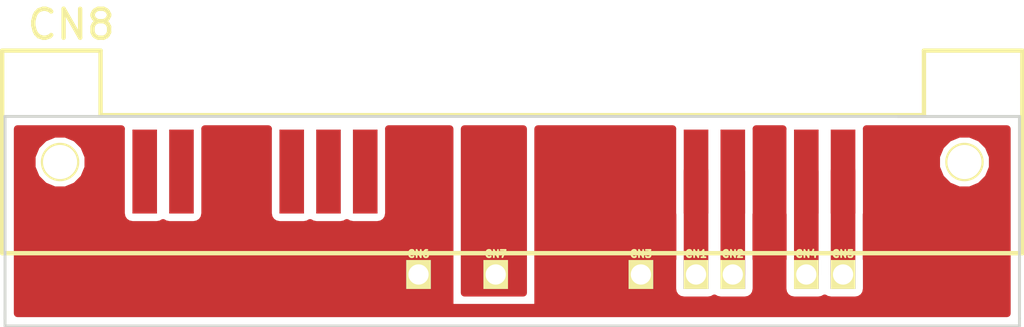
<source format=kicad_pcb>
(kicad_pcb (version 4) (host pcbnew 4.0.2-stable)

  (general
    (links 12)
    (no_connects 0)
    (area 129.870999 87.325999 165.023001 94.665001)
    (thickness 1.6)
    (drawings 8)
    (tracks 4)
    (zones 0)
    (modules 8)
    (nets 7)
  )

  (page A4)
  (layers
    (0 F.Cu signal)
    (31 B.Cu signal)
    (32 B.Adhes user)
    (33 F.Adhes user)
    (34 B.Paste user)
    (35 F.Paste user)
    (36 B.SilkS user)
    (37 F.SilkS user)
    (38 B.Mask user)
    (39 F.Mask user)
    (40 Dwgs.User user)
    (41 Cmts.User user)
    (42 Eco1.User user)
    (43 Eco2.User user)
    (44 Edge.Cuts user)
    (45 Margin user)
    (46 B.CrtYd user)
    (47 F.CrtYd user)
    (48 B.Fab user)
    (49 F.Fab user)
  )

  (setup
    (last_trace_width 0.85)
    (trace_clearance 0.2)
    (zone_clearance 0.254)
    (zone_45_only yes)
    (trace_min 0.2)
    (segment_width 0.2)
    (edge_width 0.1)
    (via_size 0.6)
    (via_drill 0.4)
    (via_min_size 0.4)
    (via_min_drill 0.3)
    (uvia_size 0.3)
    (uvia_drill 0.1)
    (uvias_allowed no)
    (uvia_min_size 0.2)
    (uvia_min_drill 0.1)
    (pcb_text_width 0.3)
    (pcb_text_size 1.5 1.5)
    (mod_edge_width 0.15)
    (mod_text_size 1 1)
    (mod_text_width 0.15)
    (pad_size 1.5 1.5)
    (pad_drill 0.6)
    (pad_to_mask_clearance 0)
    (aux_axis_origin 0 0)
    (visible_elements 7FFFFFFF)
    (pcbplotparams
      (layerselection 0x01000_00000001)
      (usegerberextensions false)
      (excludeedgelayer true)
      (linewidth 0.100000)
      (plotframeref false)
      (viasonmask false)
      (mode 1)
      (useauxorigin false)
      (hpglpennumber 1)
      (hpglpenspeed 20)
      (hpglpendiameter 15)
      (hpglpenoverlay 2)
      (psnegative false)
      (psa4output false)
      (plotreference true)
      (plotvalue true)
      (plotinvisibletext false)
      (padsonsilk false)
      (subtractmaskfromsilk false)
      (outputformat 1)
      (mirror false)
      (drillshape 0)
      (scaleselection 1)
      (outputdirectory Gerber/))
  )

  (net 0 "")
  (net 1 B+)
  (net 2 B-)
  (net 3 GND)
  (net 4 A-)
  (net 5 A+)
  (net 6 +3.3V)

  (net_class Default "This is the default net class."
    (clearance 0.2)
    (trace_width 0.85)
    (via_dia 0.6)
    (via_drill 0.4)
    (uvia_dia 0.3)
    (uvia_drill 0.1)
    (add_net +3.3V)
    (add_net A+)
    (add_net A-)
    (add_net B+)
    (add_net B-)
    (add_net GND)
  )

  (module eeepc_ssd:CONN1 (layer F.Cu) (tedit 57680E22) (tstamp 57680FB0)
    (at 153.797 92.837)
    (path /5767D520)
    (fp_text reference CN1 (at 0 -0.7112) (layer F.SilkS)
      (effects (font (size 0.25 0.25) (thickness 0.0625)))
    )
    (fp_text value B+ (at 0 0.762) (layer F.Fab)
      (effects (font (size 0.25 0.25) (thickness 0.0625)))
    )
    (pad 1 thru_hole rect (at 0 0) (size 0.85 1) (drill 0.7) (layers *.Cu *.Mask F.SilkS)
      (net 1 B+))
  )

  (module eeepc_ssd:CONN1 (layer F.Cu) (tedit 57680E22) (tstamp 57680FB5)
    (at 155.067 92.837)
    (path /5767DBCF)
    (fp_text reference CN2 (at 0 -0.7112) (layer F.SilkS)
      (effects (font (size 0.25 0.25) (thickness 0.0625)))
    )
    (fp_text value B- (at 0 0.762) (layer F.Fab)
      (effects (font (size 0.25 0.25) (thickness 0.0625)))
    )
    (pad 1 thru_hole rect (at 0 0) (size 0.85 1) (drill 0.7) (layers *.Cu *.Mask F.SilkS)
      (net 2 B-))
  )

  (module eeepc_ssd:CONN1 (layer F.Cu) (tedit 57680E22) (tstamp 57680FBA)
    (at 151.892 92.837)
    (path /5767DBF0)
    (fp_text reference CN3 (at 0 -0.7112) (layer F.SilkS)
      (effects (font (size 0.25 0.25) (thickness 0.0625)))
    )
    (fp_text value GND (at 0 0.762) (layer F.Fab)
      (effects (font (size 0.25 0.25) (thickness 0.0625)))
    )
    (pad 1 thru_hole rect (at 0 0) (size 0.85 1) (drill 0.7) (layers *.Cu *.Mask F.SilkS)
      (net 3 GND))
  )

  (module eeepc_ssd:CONN1 (layer F.Cu) (tedit 57680E22) (tstamp 57680FBF)
    (at 157.607 92.837)
    (path /5767DC16)
    (fp_text reference CN4 (at 0 -0.7112) (layer F.SilkS)
      (effects (font (size 0.25 0.25) (thickness 0.0625)))
    )
    (fp_text value A- (at 0 0.762) (layer F.Fab)
      (effects (font (size 0.25 0.25) (thickness 0.0625)))
    )
    (pad 1 thru_hole rect (at 0 0) (size 0.85 1) (drill 0.7) (layers *.Cu *.Mask F.SilkS)
      (net 4 A-))
  )

  (module eeepc_ssd:CONN1 (layer F.Cu) (tedit 57680E22) (tstamp 57680FC4)
    (at 158.877 92.837)
    (path /5767DC3F)
    (fp_text reference CN5 (at 0 -0.7112) (layer F.SilkS)
      (effects (font (size 0.25 0.25) (thickness 0.0625)))
    )
    (fp_text value A+ (at 0 0.762) (layer F.Fab)
      (effects (font (size 0.25 0.25) (thickness 0.0625)))
    )
    (pad 1 thru_hole rect (at 0 0) (size 0.85 1) (drill 0.7) (layers *.Cu *.Mask F.SilkS)
      (net 5 A+))
  )

  (module eeepc_ssd:CONN1 (layer F.Cu) (tedit 57680E22) (tstamp 57680FC9)
    (at 144.2085 92.837)
    (path /5767DC65)
    (fp_text reference CN6 (at 0 -0.7112) (layer F.SilkS)
      (effects (font (size 0.25 0.25) (thickness 0.0625)))
    )
    (fp_text value GND (at 0 0.762) (layer F.Fab)
      (effects (font (size 0.25 0.25) (thickness 0.0625)))
    )
    (pad 1 thru_hole rect (at 0 0) (size 0.85 1) (drill 0.7) (layers *.Cu *.Mask F.SilkS)
      (net 3 GND))
  )

  (module eeepc_ssd:CONN1 (layer F.Cu) (tedit 57680E22) (tstamp 57680FCE)
    (at 146.8755 92.837)
    (path /5767DC98)
    (fp_text reference CN7 (at 0 -0.7112) (layer F.SilkS)
      (effects (font (size 0.25 0.25) (thickness 0.0625)))
    )
    (fp_text value +3.3V (at 0 0.762) (layer F.Fab)
      (effects (font (size 0.25 0.25) (thickness 0.0625)))
    )
    (pad 1 thru_hole rect (at 0 0) (size 0.85 1) (drill 0.7) (layers *.Cu *.Mask F.SilkS)
      (net 6 +3.3V))
  )

  (module eeepc_ssd:uSATA (layer F.Cu) (tedit 57680697) (tstamp 57680FEE)
    (at 160.147 89.281)
    (path /53E0E90C)
    (fp_text reference CN8 (at -27.94 -5.08) (layer F.SilkS)
      (effects (font (size 1 1) (thickness 0.15)))
    )
    (fp_text value USATA (at 2.54 3.81) (layer F.Fab)
      (effects (font (size 1 1) (thickness 0.15)))
    )
    (fp_line (start -26.925 -1.95) (end 1.525 -1.95) (layer F.SilkS) (width 0.15))
    (fp_line (start -26.925 -4.18) (end -26.925 -1.95) (layer F.SilkS) (width 0.15))
    (fp_line (start -30.325 -4.18) (end -26.925 -4.18) (layer F.SilkS) (width 0.15))
    (fp_line (start -30.325 2.82) (end -30.325 -4.18) (layer F.SilkS) (width 0.15))
    (fp_line (start 4.925 2.82) (end -30.325 2.82) (layer F.SilkS) (width 0.15))
    (fp_line (start 4.925 -4.18) (end 4.925 2.82) (layer F.SilkS) (width 0.15))
    (fp_line (start 1.525 -4.18) (end 4.925 -4.18) (layer F.SilkS) (width 0.15))
    (fp_line (start 1.525 -1.95) (end 1.525 -4.18) (layer F.SilkS) (width 0.15))
    (fp_circle (center 2.925 -0.33) (end 2.335 -0.33) (layer F.SilkS) (width 0.15))
    (fp_circle (center -28.325 -0.33) (end -27.735 -0.33) (layer F.SilkS) (width 0.15))
    (pad 1 smd rect (at 0 0) (size 0.85 2.9) (layers F.Cu F.Paste F.Mask)
      (net 3 GND))
    (pad 2 smd rect (at -1.27 0) (size 0.85 2.9) (layers F.Cu F.Paste F.Mask)
      (net 5 A+))
    (pad 3 smd rect (at -2.54 0) (size 0.85 2.9) (layers F.Cu F.Paste F.Mask)
      (net 4 A-))
    (pad 4 smd rect (at -3.81 0) (size 0.85 2.9) (layers F.Cu F.Paste F.Mask)
      (net 3 GND))
    (pad 5 smd rect (at -5.08 0) (size 0.85 2.9) (layers F.Cu F.Paste F.Mask)
      (net 2 B-))
    (pad 6 smd rect (at -6.35 0) (size 0.85 2.9) (layers F.Cu F.Paste F.Mask)
      (net 1 B+))
    (pad 7 smd rect (at -7.62 0) (size 0.85 2.9) (layers F.Cu F.Paste F.Mask)
      (net 3 GND))
    (pad "" thru_hole circle (at 2.925 -0.33) (size 1.18 1.18) (drill 1.18) (layers *.Mask F.Cu F.SilkS)
      (clearance 0.0001))
    (pad 8 smd rect (at -12.7 0) (size 0.85 2.9) (layers F.Cu F.Paste F.Mask)
      (net 6 +3.3V))
    (pad 9 smd rect (at -13.97 0) (size 0.85 2.9) (layers F.Cu F.Paste F.Mask)
      (net 6 +3.3V))
    (pad 10 smd rect (at -15.24 0) (size 0.85 2.9) (layers F.Cu F.Paste F.Mask)
      (net 3 GND))
    (pad 11 smd rect (at -16.51 0) (size 0.85 2.9) (layers F.Cu F.Paste F.Mask)
      (net 3 GND))
    (pad 12 smd rect (at -17.78 0) (size 0.85 2.9) (layers F.Cu F.Paste F.Mask))
    (pad 13 smd rect (at -19.05 0) (size 0.85 2.9) (layers F.Cu F.Paste F.Mask))
    (pad 14 smd rect (at -20.32 0) (size 0.85 2.9) (layers F.Cu F.Paste F.Mask))
    (pad 15 smd rect (at -24.13 0) (size 0.85 2.9) (layers F.Cu F.Paste F.Mask))
    (pad 16 smd rect (at -25.4 0) (size 0.85 2.9) (layers F.Cu F.Paste F.Mask))
    (pad "" thru_hole circle (at -28.325 -0.33) (size 1.18 1.18) (drill 1.18) (layers *.Mask F.Cu F.SilkS)
      (clearance 0.0001))
  )

  (gr_line (start 164.973 94.361) (end 164.973 94.615) (angle 90) (layer Edge.Cuts) (width 0.1))
  (gr_line (start 129.921 94.361) (end 129.921 94.615) (angle 90) (layer Edge.Cuts) (width 0.1))
  (gr_line (start 164.973 94.361) (end 164.973 87.376) (angle 90) (layer Edge.Cuts) (width 0.1))
  (gr_line (start 129.921 87.376) (end 129.921 94.361) (angle 90) (layer Edge.Cuts) (width 0.1))
  (gr_line (start 129.921 94.107) (end 129.921 94.361) (angle 90) (layer Edge.Cuts) (width 0.1))
  (gr_line (start 129.921 87.376) (end 164.973 87.376) (angle 90) (layer Edge.Cuts) (width 0.1))
  (gr_line (start 164.973 94.615) (end 129.921 94.615) (angle 90) (layer Edge.Cuts) (width 0.1))
  (gr_line (start 160.782 87.376) (end 164.973 87.376) (angle 90) (layer Edge.Cuts) (width 0.1))

  (segment (start 153.797 92.837) (end 153.797 89.281) (width 0.85) (layer F.Cu) (net 1))
  (segment (start 155.067 92.837) (end 155.067 89.281) (width 0.85) (layer F.Cu) (net 2))
  (segment (start 157.607 92.837) (end 157.607 89.281) (width 0.85) (layer F.Cu) (net 4))
  (segment (start 158.877 92.837) (end 158.877 89.281) (width 0.85) (layer F.Cu) (net 5))

  (zone (net 6) (net_name +3.3V) (layer F.Cu) (tstamp 5768109A) (hatch edge 0.508)
    (connect_pads yes (clearance 0.254))
    (min_thickness 0.254)
    (fill yes (arc_segments 16) (thermal_gap 0.508) (thermal_bridge_width 0.508))
    (polygon
      (pts
        (xy 147.955 93.599) (xy 145.669 93.599) (xy 145.669 87.503) (xy 147.955 87.503) (xy 147.955 93.599)
      )
    )
    (filled_polygon
      (pts
        (xy 147.828 93.472) (xy 145.796 93.472) (xy 145.796 87.807) (xy 147.828 87.807)
      )
    )
  )
  (zone (net 3) (net_name GND) (layer F.Cu) (tstamp 57680CB0) (hatch edge 0.508)
    (connect_pads yes (clearance 0.254))
    (min_thickness 0.254)
    (fill yes (arc_segments 16) (thermal_gap 0.508) (thermal_bridge_width 0.508))
    (polygon
      (pts
        (xy 145.415 93.853) (xy 148.209 93.853) (xy 148.209 87.503) (xy 164.846 87.503) (xy 164.846 94.488)
        (xy 130.048 94.488) (xy 130.048 87.503) (xy 145.415 87.503) (xy 145.415 93.853)
      )
    )
    (filled_polygon
      (pts
        (xy 133.933536 87.831) (xy 133.933536 90.731) (xy 133.960103 90.87219) (xy 134.043546 91.001865) (xy 134.170866 91.088859)
        (xy 134.322 91.119464) (xy 135.172 91.119464) (xy 135.31319 91.092897) (xy 135.381986 91.048628) (xy 135.440866 91.088859)
        (xy 135.592 91.119464) (xy 136.442 91.119464) (xy 136.58319 91.092897) (xy 136.712865 91.009454) (xy 136.799859 90.882134)
        (xy 136.830464 90.731) (xy 136.830464 87.831) (xy 136.825948 87.807) (xy 139.018396 87.807) (xy 139.013536 87.831)
        (xy 139.013536 90.731) (xy 139.040103 90.87219) (xy 139.123546 91.001865) (xy 139.250866 91.088859) (xy 139.402 91.119464)
        (xy 140.252 91.119464) (xy 140.39319 91.092897) (xy 140.461986 91.048628) (xy 140.520866 91.088859) (xy 140.672 91.119464)
        (xy 141.522 91.119464) (xy 141.66319 91.092897) (xy 141.731986 91.048628) (xy 141.790866 91.088859) (xy 141.942 91.119464)
        (xy 142.792 91.119464) (xy 142.93319 91.092897) (xy 143.062865 91.009454) (xy 143.149859 90.882134) (xy 143.180464 90.731)
        (xy 143.180464 87.831) (xy 143.175948 87.807) (xy 145.288 87.807) (xy 145.288 93.853) (xy 145.298006 93.90241)
        (xy 145.326447 93.944035) (xy 145.368841 93.971315) (xy 145.415 93.98) (xy 148.209 93.98) (xy 148.25841 93.969994)
        (xy 148.300035 93.941553) (xy 148.327315 93.899159) (xy 148.336 93.853) (xy 148.336 87.807) (xy 152.988396 87.807)
        (xy 152.983536 87.831) (xy 152.983536 90.731) (xy 152.991 90.770667) (xy 152.991 92.300141) (xy 152.983536 92.337)
        (xy 152.983536 93.337) (xy 153.010103 93.47819) (xy 153.093546 93.607865) (xy 153.220866 93.694859) (xy 153.372 93.725464)
        (xy 154.222 93.725464) (xy 154.36319 93.698897) (xy 154.431986 93.654628) (xy 154.490866 93.694859) (xy 154.642 93.725464)
        (xy 155.492 93.725464) (xy 155.63319 93.698897) (xy 155.762865 93.615454) (xy 155.849859 93.488134) (xy 155.880464 93.337)
        (xy 155.880464 92.337) (xy 155.873 92.297333) (xy 155.873 90.767859) (xy 155.880464 90.731) (xy 155.880464 87.831)
        (xy 155.875948 87.807) (xy 156.798396 87.807) (xy 156.793536 87.831) (xy 156.793536 90.731) (xy 156.801 90.770667)
        (xy 156.801 92.300141) (xy 156.793536 92.337) (xy 156.793536 93.337) (xy 156.820103 93.47819) (xy 156.903546 93.607865)
        (xy 157.030866 93.694859) (xy 157.182 93.725464) (xy 158.032 93.725464) (xy 158.17319 93.698897) (xy 158.241986 93.654628)
        (xy 158.300866 93.694859) (xy 158.452 93.725464) (xy 159.302 93.725464) (xy 159.44319 93.698897) (xy 159.572865 93.615454)
        (xy 159.659859 93.488134) (xy 159.690464 93.337) (xy 159.690464 92.337) (xy 159.683 92.297333) (xy 159.683 90.767859)
        (xy 159.690464 90.731) (xy 159.690464 89.143296) (xy 162.100832 89.143296) (xy 162.248346 89.500309) (xy 162.521255 89.773694)
        (xy 162.878009 89.921831) (xy 163.264296 89.922168) (xy 163.621309 89.774654) (xy 163.894694 89.501745) (xy 164.042831 89.144991)
        (xy 164.043168 88.758704) (xy 163.895654 88.401691) (xy 163.622745 88.128306) (xy 163.265991 87.980169) (xy 162.879704 87.979832)
        (xy 162.522691 88.127346) (xy 162.249306 88.400255) (xy 162.101169 88.757009) (xy 162.100832 89.143296) (xy 159.690464 89.143296)
        (xy 159.690464 87.831) (xy 159.685948 87.807) (xy 164.542 87.807) (xy 164.542 94.184) (xy 130.352 94.184)
        (xy 130.352 89.143296) (xy 130.850832 89.143296) (xy 130.998346 89.500309) (xy 131.271255 89.773694) (xy 131.628009 89.921831)
        (xy 132.014296 89.922168) (xy 132.371309 89.774654) (xy 132.644694 89.501745) (xy 132.792831 89.144991) (xy 132.793168 88.758704)
        (xy 132.645654 88.401691) (xy 132.372745 88.128306) (xy 132.015991 87.980169) (xy 131.629704 87.979832) (xy 131.272691 88.127346)
        (xy 130.999306 88.400255) (xy 130.851169 88.757009) (xy 130.850832 89.143296) (xy 130.352 89.143296) (xy 130.352 87.807)
        (xy 133.938396 87.807)
      )
    )
  )
)

</source>
